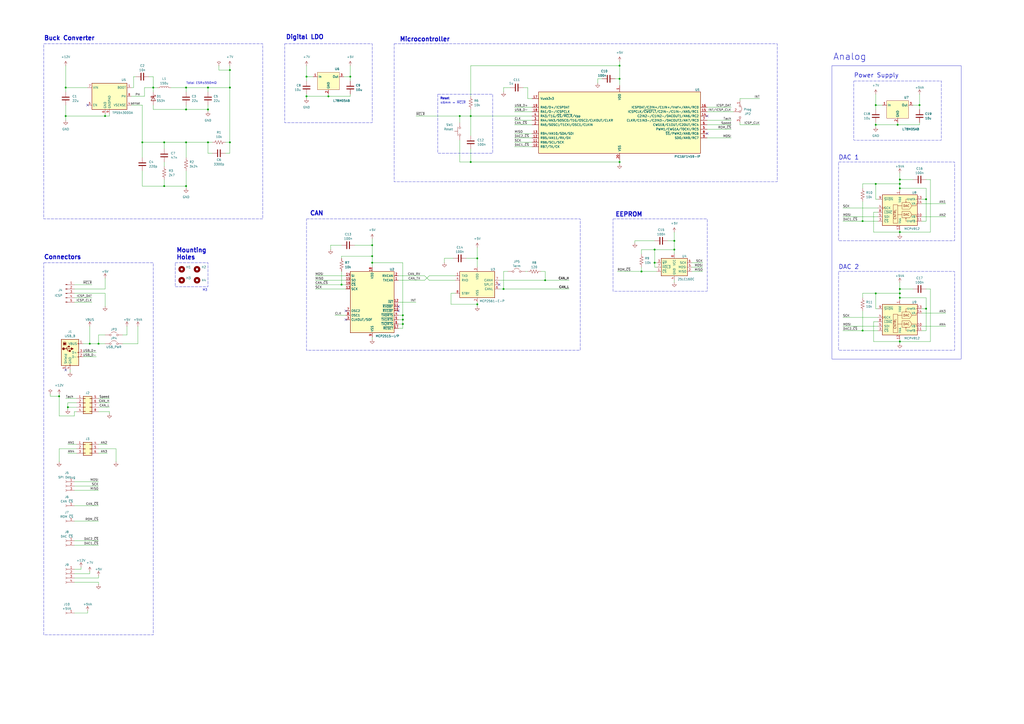
<source format=kicad_sch>
(kicad_sch (version 20250114) (generator "eeschema") (generator_version "9.0")
  (paper "A2")
  (title_block (title "CAN Gauge Interface") (date "2025-09-19") (rev "0.1") (company "Sam Anthony"))
  (rectangle (start 25.4 25.4) (end 152.4 127) (stroke (width 0) (type dash)))
  (rectangle (start 495.3 46.99) (end 546.1 81.28) (stroke (width 0) (type dash)))
  (rectangle (start 355.6 127) (end 410.21 168.91) (stroke (width 0) (type dash)))
  (rectangle (start 101.6 152.3999) (end 120.65 166.3699) (stroke (width 0) (type dash)))
  (rectangle (start 165.1 25.4) (end 215.9 71.12) (stroke (width 0) (type dash)))
  (rectangle (start 254 54.61) (end 285.75 88.9) (stroke (width 0) (type dash)))
  (rectangle (start 486.41 157.48) (end 553.72 203.2) (stroke (width 0) (type dash)))
  (rectangle (start 177.8 127) (end 336.55 203.2) (stroke (width 0) (type dash)))
  (rectangle (start 25.4 152.4) (end 88.9 368.3) (stroke (width 0) (type dash)))
  (rectangle (start 486.41 93.98) (end 553.72 139.7) (stroke (width 0) (type dash)))
  (rectangle (start 228.6 25.4) (end 450.85 105.41) (stroke (width 0) (type dash)))
  (rectangle (start 482.6 38.1) (end 557.53 208.28))
  (text "Connectors" (at 25.4 149.225 0) (effects (font (size 2.54 2.54) (thickness 0.508) (bold yes)) (justify left)))
  (text "Power Supply" (at 495.3 43.815 0) (effects (font (size 2.54 2.54) (thickness 0.254) (bold yes)) (justify left)))
  (text "Buck Converter" (at 25.4 22.225 0) (effects (font (size 2.54 2.54) (thickness 0.508) (bold yes)) (justify left)))
  (text "Total ESR≤550mΩ" (at 107.95 48.26 0) (effects (font (size 1.27 1.27)) (justify left)))
  (text "CAN" (at 179.705 123.825 0) (effects (font (size 2.54 2.54) (thickness 0.508) (bold yes)) (justify left)))
  (text "Reset" (at 255.27 57.15 0) (effects (font (size 1.27 1.27) (thickness 0.254) (bold yes)) (justify left)))
  (text "Mounting\nHoles" (at 102.235 147.3199 0) (effects (font (size 2.54 2.54) (thickness 0.508) (bold yes)) (justify left)))
  (text "M3\n" (at 117.475 168.2749 0) (effects (font (size 1.27 1.27)) (justify left)))
  (text "EEPROM" (at 356.87 124.46 0) (effects (font (size 2.54 2.54) (thickness 0.508) (bold yes)) (justify left)))
  (text "Digital LDO" (at 165.735 21.59 0) (effects (font (size 2.54 2.54) (thickness 0.508) (bold yes)) (justify left)))
  (text "≤6mm ↔ ~{MCLR}" (at 255.27 59.69 0) (effects (font (size 1.27 1.27)) (justify left)))
  (text "DAC 1" (at 486.41 91.44 0) (effects (font (size 2.54 2.54) (thickness 0.254) (bold yes)) (justify left)))
  (text "Microcontroller" (at 231.775 22.86 0) (effects (font (size 2.54 2.54) (thickness 0.508) (bold yes)) (justify left)))
  (text "Analog" (at 483.235 33.02 0) (effects (font (size 3.81 3.81) (thickness 0.254) (bold yes)) (justify left)))
  (text "DAC 2" (at 486.41 154.94 0) (effects (font (size 2.54 2.54) (thickness 0.254) (bold yes)) (justify left)))
  (junction (at 38.1 50.8))
  (junction (at 120.65 50.8))
  (junction (at 39.37 236.22))
  (junction (at 521.97 170.18))
  (junction (at 120.65 63.5))
  (junction (at 521.97 172.72))
  (junction (at 391.16 144.78))
  (junction (at 521.97 104.14))
  (junction (at 233.68 185.42))
  (junction (at 533.4 60.96))
  (junction (at 508 170.18))
  (junction (at 391.16 139.7))
  (junction (at 537.21 115.57))
  (junction (at 60.96 67.31))
  (junction (at 500.38 191.77))
  (junction (at 107.95 82.55))
  (junction (at 34.29 229.87))
  (junction (at 359.41 38.1))
  (junction (at 203.2 44.45))
  (junction (at 107.95 63.5))
  (junction (at 273.05 93.98))
  (junction (at 177.8 55.88))
  (junction (at 233.68 182.88))
  (junction (at 359.41 45.72))
  (junction (at 120.65 82.55))
  (junction (at 266.7 67.31))
  (junction (at 500.38 128.27))
  (junction (at 88.9 50.8))
  (junction (at 521.97 134.62))
  (junction (at 95.25 107.95))
  (junction (at 82.55 82.55))
  (junction (at 38.1 67.31))
  (junction (at 359.41 93.98))
  (junction (at 107.95 107.95))
  (junction (at 215.9 142.24))
  (junction (at 521.97 106.68))
  (junction (at 521.97 198.12))
  (junction (at 537.21 179.07))
  (junction (at 95.25 82.55))
  (junction (at 276.86 176.53))
  (junction (at 133.35 40.64))
  (junction (at 508 60.96))
  (junction (at 215.9 152.4))
  (junction (at 57.15 199.39))
  (junction (at 276.86 149.86))
  (junction (at 52.07 199.39))
  (junction (at 316.23 162.56))
  (junction (at 379.73 152.4))
  (junction (at 133.35 50.8))
  (junction (at 521.97 167.64))
  (junction (at 372.11 157.48))
  (junction (at 215.9 148.59))
  (junction (at 508 106.68))
  (junction (at 190.5 55.88))
  (junction (at 198.12 165.1))
  (junction (at 508 72.39))
  (junction (at 379.73 144.78))
  (junction (at 133.35 82.55))
  (junction (at 520.7 72.39))
  (junction (at 521.97 109.22))
  (junction (at 177.8 44.45))
  (junction (at 107.95 50.8))
  (junction (at 273.05 67.31))
  (junction (at 233.68 187.96))
  (junction (at 292.1 167.64))
  (no_connect (at 231.14 177.8))
  (no_connect (at 38.1 214.63))
  (no_connect (at 410.21 67.31))
  (no_connect (at 200.66 185.42))
  (no_connect (at 50.8 60.96))
  (no_connect (at 289.56 165.1))
  (no_connect (at 200.66 180.34))
  (no_connect (at 410.21 77.47))
  (no_connect (at 231.14 180.34))
  (wire (pts (xy 231.14 162.56) (xy 246.38 162.56)))
  (wire (pts (xy 203.2 55.88) (xy 203.2 54.61)))
  (wire (pts (xy 215.9 142.24) (xy 215.9 148.59)))
  (wire (pts (xy 57.15 199.39) (xy 60.96 199.39)))
  (wire (pts (xy 506.73 186.69) (xy 509.27 186.69)))
  (wire (pts (xy 292.1 157.48) (xy 294.64 157.48)))
  (wire (pts (xy 44.45 260.35) (xy 34.29 260.35)))
  (wire (pts (xy 48.26 204.47) (xy 55.88 204.47)))
  (wire (pts (xy 233.68 187.96) (xy 233.68 185.42)))
  (wire (pts (xy 506.73 123.19) (xy 509.27 123.19)))
  (wire (pts (xy 231.14 187.96) (xy 233.68 187.96)))
  (wire (pts (xy 57.15 194.31) (xy 57.15 199.39)))
  (wire (pts (xy 289.56 167.64) (xy 292.1 167.64)))
  (wire (pts (xy 273.05 55.88) (xy 273.05 38.1)))
  (wire (pts (xy 266.7 67.31) (xy 266.7 71.12)))
  (wire (pts (xy 521.97 172.72) (xy 521.97 173.99)))
  (wire (pts (xy 215.9 195.58) (xy 215.9 196.85)))
  (wire (pts (xy 60.96 167.64) (xy 60.96 161.29)))
  (wire (pts (xy 266.7 67.31) (xy 273.05 67.31)))
  (wire (pts (xy 381 152.4) (xy 379.73 152.4)))
  (wire (pts (xy 508 71.12) (xy 508 72.39)))
  (wire (pts (xy 38.1 38.1) (xy 38.1 50.8)))
  (wire (pts (xy 262.89 149.86) (xy 257.81 149.86)))
  (wire (pts (xy 508 179.07) (xy 508 170.18)))
  (wire (pts (xy 177.8 55.88) (xy 190.5 55.88)))
  (wire (pts (xy 500.38 191.77) (xy 509.27 191.77)))
  (wire (pts (xy 372.11 144.78) (xy 379.73 144.78)))
  (wire (pts (xy 534.67 128.27) (xy 537.21 128.27)))
  (wire (pts (xy 488.95 184.15) (xy 509.27 184.15)))
  (wire (pts (xy 120.65 50.8) (xy 133.35 50.8)))
  (wire (pts (xy 521.97 196.85) (xy 521.97 198.12)))
  (wire (pts (xy 82.55 91.44) (xy 82.55 82.55)))
  (wire (pts (xy 233.68 185.42) (xy 233.68 182.88)))
  (wire (pts (xy 123.19 82.55) (xy 120.65 82.55)))
  (wire (pts (xy 521.97 198.12) (xy 521.97 199.39)))
  (wire (pts (xy 537.21 172.72) (xy 521.97 172.72)))
  (wire (pts (xy 410.21 64.77) (xy 425.45 64.77)))
  (wire (pts (xy 34.29 241.3) (xy 34.29 229.87)))
  (wire (pts (xy 198.12 165.1) (xy 198.12 157.48)))
  (wire (pts (xy 57.15 260.35) (xy 67.31 260.35)))
  (wire (pts (xy 52.07 332.74) (xy 52.07 331.47)))
  (wire (pts (xy 203.2 46.99) (xy 203.2 44.45)))
  (wire (pts (xy 39.37 236.22) (xy 39.37 237.49)))
  (wire (pts (xy 38.1 50.8) (xy 38.1 53.34)))
  (wire (pts (xy 43.18 293.37) (xy 57.15 293.37)))
  (wire (pts (xy 57.15 233.68) (xy 63.5 233.68)))
  (wire (pts (xy 298.45 82.55) (xy 308.61 82.55)))
  (wire (pts (xy 506.73 134.62) (xy 521.97 134.62)))
  (wire (pts (xy 82.55 60.96) (xy 82.55 82.55)))
  (wire (pts (xy 534.67 181.61) (xy 548.64 181.61)))
  (wire (pts (xy 203.2 44.45) (xy 199.39 44.45)))
  (wire (pts (xy 539.75 134.62) (xy 521.97 134.62)))
  (wire (pts (xy 182.88 165.1) (xy 198.12 165.1)))
  (wire (pts (xy 511.81 60.96) (xy 508 60.96)))
  (wire (pts (xy 43.18 302.26) (xy 57.15 302.26)))
  (wire (pts (xy 429.26 71.12) (xy 429.26 72.39)))
  (wire (pts (xy 95.25 93.98) (xy 95.25 96.52)))
  (wire (pts (xy 509.27 115.57) (xy 508 115.57)))
  (wire (pts (xy 508 72.39) (xy 520.7 72.39)))
  (wire (pts (xy 534.67 118.11) (xy 548.64 118.11)))
  (wire (pts (xy 88.9 63.5) (xy 107.95 63.5)))
  (wire (pts (xy 298.45 69.85) (xy 308.61 69.85)))
  (wire (pts (xy 182.88 160.02) (xy 200.66 160.02)))
  (wire (pts (xy 537.21 109.22) (xy 537.21 115.57)))
  (wire (pts (xy 410.21 62.23) (xy 424.18 62.23)))
  (wire (pts (xy 508 106.68) (xy 521.97 106.68)))
  (wire (pts (xy 410.21 74.93) (xy 424.18 74.93)))
  (wire (pts (xy 508 115.57) (xy 508 106.68)))
  (wire (pts (xy 537.21 172.72) (xy 537.21 179.07)))
  (wire (pts (xy 194.31 182.88) (xy 200.66 182.88)))
  (wire (pts (xy 46.99 330.2) (xy 46.99 328.93)))
  (wire (pts (xy 488.95 189.23) (xy 509.27 189.23)))
  (wire (pts (xy 203.2 38.1) (xy 203.2 44.45)))
  (wire (pts (xy 520.7 72.39) (xy 520.7 71.12)))
  (wire (pts (xy 372.11 147.32) (xy 372.11 144.78)))
  (wire (pts (xy 177.8 54.61) (xy 177.8 55.88)))
  (wire (pts (xy 359.41 45.72) (xy 356.87 45.72)))
  (wire (pts (xy 57.15 236.22) (xy 63.5 236.22)))
  (wire (pts (xy 359.41 49.53) (xy 359.41 45.72)))
  (wire (pts (xy 215.9 148.59) (xy 215.9 152.4)))
  (wire (pts (xy 82.55 107.95) (xy 95.25 107.95)))
  (wire (pts (xy 107.95 82.55) (xy 95.25 82.55)))
  (wire (pts (xy 241.3 67.31) (xy 266.7 67.31)))
  (wire (pts (xy 429.26 58.42) (xy 429.26 57.15)))
  (wire (pts (xy 521.97 167.64) (xy 521.97 170.18)))
  (wire (pts (xy 71.12 199.39) (xy 80.01 199.39)))
  (wire (pts (xy 506.73 134.62) (xy 506.73 123.19)))
  (wire (pts (xy 107.95 82.55) (xy 107.95 91.44)))
  (wire (pts (xy 534.67 189.23) (xy 548.64 189.23)))
  (wire (pts (xy 50.8 355.6) (xy 50.8 354.33)))
  (wire (pts (xy 43.18 165.1) (xy 53.34 165.1)))
  (wire (pts (xy 191.77 142.24) (xy 191.77 144.78)))
  (wire (pts (xy 120.65 82.55) (xy 107.95 82.55)))
  (wire (pts (xy 57.15 238.76) (xy 63.5 238.76)))
  (wire (pts (xy 39.37 236.22) (xy 44.45 236.22)))
  (wire (pts (xy 521.97 163.83) (xy 521.97 167.64)))
  (wire (pts (xy 539.75 167.64) (xy 539.75 198.12)))
  (wire (pts (xy 133.35 50.8) (xy 133.35 82.55)))
  (wire (pts (xy 60.96 170.18) (xy 60.96 177.8)))
  (wire (pts (xy 308.61 57.15) (xy 306.07 57.15)))
  (wire (pts (xy 539.75 104.14) (xy 539.75 134.62)))
  (wire (pts (xy 379.73 154.94) (xy 379.73 152.4)))
  (wire (pts (xy 537.21 109.22) (xy 521.97 109.22)))
  (wire (pts (xy 44.45 233.68) (xy 39.37 233.68)))
  (wire (pts (xy 57.15 337.82) (xy 57.15 339.09)))
  (wire (pts (xy 379.73 144.78) (xy 391.16 144.78)))
  (wire (pts (xy 177.8 55.88) (xy 177.8 57.15)))
  (wire (pts (xy 372.11 157.48) (xy 372.11 154.94)))
  (wire (pts (xy 67.31 260.35) (xy 67.31 267.97)))
  (wire (pts (xy 38.1 67.31) (xy 38.1 69.85)))
  (wire (pts (xy 391.16 139.7) (xy 391.16 144.78)))
  (wire (pts (xy 401.32 157.48) (xy 407.67 157.48)))
  (wire (pts (xy 306.07 50.8) (xy 303.53 50.8)))
  (wire (pts (xy 533.4 54.61) (xy 533.4 60.96)))
  (wire (pts (xy 107.95 50.8) (xy 120.65 50.8)))
  (wire (pts (xy 88.9 44.45) (xy 88.9 50.8)))
  (wire (pts (xy 270.51 149.86) (xy 276.86 149.86)))
  (wire (pts (xy 76.2 60.96) (xy 82.55 60.96)))
  (wire (pts (xy 88.9 60.96) (xy 88.9 63.5)))
  (wire (pts (xy 410.21 80.01) (xy 424.18 80.01)))
  (wire (pts (xy 198.12 149.86) (xy 198.12 148.59)))
  (wire (pts (xy 306.07 57.15) (xy 306.07 50.8)))
  (wire (pts (xy 107.95 63.5) (xy 120.65 63.5)))
  (wire (pts (xy 429.26 57.15) (xy 440.69 57.15)))
  (wire (pts (xy 190.5 55.88) (xy 190.5 54.61)))
  (wire (pts (xy 292.1 50.8) (xy 292.1 53.34)))
  (wire (pts (xy 57.15 262.89) (xy 62.23 262.89)))
  (wire (pts (xy 500.38 106.68) (xy 508 106.68)))
  (wire (pts (xy 99.06 50.8) (xy 107.95 50.8)))
  (wire (pts (xy 44.45 238.76) (xy 43.18 238.76)))
  (wire (pts (xy 107.95 60.96) (xy 107.95 63.5)))
  (wire (pts (xy 88.9 53.34) (xy 88.9 50.8)))
  (wire (pts (xy 257.81 149.86) (xy 257.81 152.4)))
  (wire (pts (xy 316.23 157.48) (xy 316.23 162.56)))
  (wire (pts (xy 39.37 257.81) (xy 44.45 257.81)))
  (wire (pts (xy 120.65 82.55) (xy 120.65 88.9)))
  (wire (pts (xy 43.18 335.28) (xy 57.15 335.28)))
  (wire (pts (xy 298.45 80.01) (xy 308.61 80.01)))
  (wire (pts (xy 107.95 107.95) (xy 107.95 109.22)))
  (wire (pts (xy 63.5 238.76) (xy 63.5 240.03)))
  (wire (pts (xy 133.35 82.55) (xy 133.35 88.9)))
  (wire (pts (xy 233.68 152.4) (xy 233.68 182.88)))
  (wire (pts (xy 298.45 85.09) (xy 308.61 85.09)))
  (wire (pts (xy 95.25 107.95) (xy 107.95 107.95)))
  (wire (pts (xy 43.18 316.23) (xy 57.15 316.23)))
  (wire (pts (xy 127 40.64) (xy 133.35 40.64)))
  (wire (pts (xy 233.68 152.4) (xy 215.9 152.4)))
  (wire (pts (xy 120.65 50.8) (xy 120.65 53.34)))
  (wire (pts (xy 521.97 109.22) (xy 521.97 110.49)))
  (wire (pts (xy 298.45 77.47) (xy 308.61 77.47)))
  (wire (pts (xy 200.66 165.1) (xy 198.12 165.1)))
  (wire (pts (xy 316.23 162.56) (xy 330.2 162.56)))
  (wire (pts (xy 539.75 198.12) (xy 521.97 198.12)))
  (wire (pts (xy 198.12 148.59) (xy 215.9 148.59)))
  (wire (pts (xy 29.21 228.6) (xy 29.21 229.87)))
  (wire (pts (xy 120.65 63.5) (xy 120.65 60.96)))
  (wire (pts (xy 298.45 72.39) (xy 308.61 72.39)))
  (wire (pts (xy 107.95 107.95) (xy 107.95 99.06)))
  (wire (pts (xy 177.8 38.1) (xy 177.8 44.45)))
  (wire (pts (xy 60.96 194.31) (xy 57.15 194.31)))
  (wire (pts (xy 537.21 179.07) (xy 537.21 191.77)))
  (wire (pts (xy 521.97 100.33) (xy 521.97 104.14)))
  (wire (pts (xy 231.14 190.5) (xy 233.68 190.5)))
  (wire (pts (xy 29.21 229.87) (xy 34.29 229.87)))
  (wire (pts (xy 304.8 157.48) (xy 306.07 157.48)))
  (wire (pts (xy 358.14 157.48) (xy 372.11 157.48)))
  (wire (pts (xy 107.95 50.8) (xy 107.95 53.34)))
  (wire (pts (xy 506.73 198.12) (xy 521.97 198.12)))
  (wire (pts (xy 295.91 50.8) (xy 292.1 50.8)))
  (wire (pts (xy 521.97 104.14) (xy 529.59 104.14)))
  (wire (pts (xy 43.18 284.48) (xy 57.15 284.48)))
  (wire (pts (xy 43.18 281.94) (xy 57.15 281.94)))
  (wire (pts (xy 521.97 170.18) (xy 521.97 172.72)))
  (wire (pts (xy 500.38 172.72) (xy 500.38 170.18)))
  (wire (pts (xy 43.18 238.76) (xy 43.18 241.3)))
  (wire (pts (xy 57.15 231.14) (xy 63.5 231.14)))
  (wire (pts (xy 60.96 67.31) (xy 60.96 66.04)))
  (wire (pts (xy 43.18 241.3) (xy 34.29 241.3)))
  (wire (pts (xy 133.35 40.64) (xy 133.35 50.8)))
  (wire (pts (xy 82.55 82.55) (xy 95.25 82.55)))
  (wire (pts (xy 534.67 179.07) (xy 537.21 179.07)))
  (wire (pts (xy 48.26 199.39) (xy 52.07 199.39)))
  (wire (pts (xy 500.38 170.18) (xy 508 170.18)))
  (wire (pts (xy 298.45 64.77) (xy 308.61 64.77)))
  (wire (pts (xy 500.38 128.27) (xy 509.27 128.27)))
  (wire (pts (xy 359.41 38.1) (xy 359.41 45.72)))
  (wire (pts (xy 401.32 154.94) (xy 407.67 154.94)))
  (wire (pts (xy 120.65 63.5) (xy 120.65 64.77)))
  (wire (pts (xy 521.97 106.68) (xy 521.97 109.22)))
  (wire (pts (xy 57.15 257.81) (xy 62.23 257.81)))
  (wire (pts (xy 359.41 93.98) (xy 359.41 95.25)))
  (wire (pts (xy 273.05 93.98) (xy 273.05 86.36)))
  (wire (pts (xy 76.2 50.8) (xy 77.47 50.8)))
  (wire (pts (xy 508 170.18) (xy 521.97 170.18)))
  (wire (pts (xy 276.86 176.53) (xy 276.86 177.8)))
  (wire (pts (xy 248.92 160.02) (xy 246.38 162.56)))
  (wire (pts (xy 273.05 93.98) (xy 266.7 93.98)))
  (wire (pts (xy 73.66 194.31) (xy 73.66 189.23)))
  (wire (pts (xy 38.1 60.96) (xy 38.1 67.31)))
  (wire (pts (xy 43.18 332.74) (xy 52.07 332.74)))
  (wire (pts (xy 57.15 335.28) (xy 57.15 334.01)))
  (wire (pts (xy 39.37 233.68) (xy 39.37 236.22)))
  (wire (pts (xy 500.38 116.84) (xy 500.38 128.27)))
  (wire (pts (xy 346.71 45.72) (xy 349.25 45.72)))
  (wire (pts (xy 391.16 162.56) (xy 391.16 163.83)))
  (wire (pts (xy 34.29 260.35) (xy 34.29 267.97)))
  (wire (pts (xy 38.1 231.14) (xy 44.45 231.14)))
  (wire (pts (xy 231.14 182.88) (xy 233.68 182.88)))
  (wire (pts (xy 130.81 82.55) (xy 133.35 82.55)))
  (wire (pts (xy 391.16 144.78) (xy 391.16 147.32)))
  (wire (pts (xy 379.73 144.78) (xy 379.73 152.4)))
  (wire (pts (xy 266.7 93.98) (xy 266.7 81.28)))
  (wire (pts (xy 88.9 50.8) (xy 91.44 50.8)))
  (wire (pts (xy 521.97 134.62) (xy 521.97 135.89)))
  (wire (pts (xy 43.18 337.82) (xy 57.15 337.82)))
  (wire (pts (xy 508 60.96) (xy 508 63.5)))
  (wire (pts (xy 313.69 157.48) (xy 316.23 157.48)))
  (wire (pts (xy 488.95 191.77) (xy 500.38 191.77)))
  (wire (pts (xy 276.86 175.26) (xy 276.86 176.53)))
  (wire (pts (xy 43.18 313.69) (xy 57.15 313.69)))
  (wire (pts (xy 63.5 66.04) (xy 63.5 67.31)))
  (wire (pts (xy 508 72.39) (xy 508 73.66)))
  (wire (pts (xy 506.73 198.12) (xy 506.73 186.69)))
  (wire (pts (xy 429.26 72.39) (xy 440.69 72.39)))
  (wire (pts (xy 292.1 167.64) (xy 292.1 157.48)))
  (wire (pts (xy 508 54.61) (xy 508 60.96)))
  (wire (pts (xy 182.88 167.64) (xy 200.66 167.64)))
  (wire (pts (xy 43.18 355.6) (xy 50.8 355.6)))
  (wire (pts (xy 133.35 88.9) (xy 130.81 88.9)))
  (wire (pts (xy 52.07 199.39) (xy 57.15 199.39)))
  (wire (pts (xy 387.35 139.7) (xy 391.16 139.7)))
  (wire (pts (xy 410.21 72.39) (xy 424.18 72.39)))
  (wire (pts (xy 391.16 134.62) (xy 391.16 139.7)))
  (wire (pts (xy 537.21 104.14) (xy 539.75 104.14)))
  (wire (pts (xy 273.05 67.31) (xy 308.61 67.31)))
  (wire (pts (xy 198.12 142.24) (xy 191.77 142.24)))
  (wire (pts (xy 261.62 170.18) (xy 264.16 170.18)))
  (wire (pts (xy 215.9 138.43) (xy 215.9 142.24)))
  (wire (pts (xy 273.05 38.1) (xy 359.41 38.1)))
  (wire (pts (xy 521.97 104.14) (xy 521.97 106.68)))
  (wire (pts (xy 43.18 167.64) (xy 60.96 167.64)))
  (wire (pts (xy 534.67 115.57) (xy 537.21 115.57)))
  (wire (pts (xy 289.56 162.56) (xy 316.23 162.56)))
  (wire (pts (xy 359.41 92.71) (xy 359.41 93.98)))
  (wire (pts (xy 95.25 104.14) (xy 95.25 107.95)))
  (wire (pts (xy 77.47 44.45) (xy 78.74 44.45)))
  (wire (pts (xy 77.47 50.8) (xy 77.47 44.45)))
  (wire (pts (xy 133.35 38.1) (xy 133.35 40.64)))
  (wire (pts (xy 83.82 50.8) (xy 88.9 50.8)))
  (wire (pts (xy 533.4 72.39) (xy 533.4 71.12)))
  (wire (pts (xy 76.2 55.88) (xy 83.82 55.88)))
  (wire (pts (xy 82.55 99.06) (xy 82.55 107.95)))
  (wire (pts (xy 43.18 170.18) (xy 60.96 170.18)))
  (wire (pts (xy 52.07 189.23) (xy 52.07 199.39)))
  (wire (pts (xy 177.8 44.45) (xy 177.8 46.99)))
  (wire (pts (xy 120.65 88.9) (xy 123.19 88.9)))
  (wire (pts (xy 215.9 152.4) (xy 215.9 154.94)))
  (wire (pts (xy 401.32 152.4) (xy 407.67 152.4)))
  (wire (pts (xy 190.5 55.88) (xy 203.2 55.88)))
  (wire (pts (xy 48.26 207.01) (xy 55.88 207.01)))
  (wire (pts (xy 410.21 69.85) (xy 424.18 69.85)))
  (wire (pts (xy 261.62 176.53) (xy 261.62 170.18)))
  (wire (pts (xy 34.29 229.87) (xy 34.29 228.6)))
  (wire (pts (xy 63.5 67.31) (xy 60.96 67.31)))
  (wire (pts (xy 43.18 175.26) (xy 53.34 175.26)))
  (wire (pts (xy 181.61 44.45) (xy 177.8 44.45)))
  (wire (pts (xy 381 154.94) (xy 379.73 154.94)))
  (wire (pts (xy 534.67 125.73) (xy 548.64 125.73)))
  (wire (pts (xy 205.74 142.24) (xy 215.9 142.24)))
  (wire (pts (xy 231.14 160.02) (xy 246.38 160.02)))
  (wire (pts (xy 500.38 109.22) (xy 500.38 106.68)))
  (wire (pts (xy 80.01 199.39) (xy 80.01 189.23)))
  (wire (pts (xy 500.38 180.34) (xy 500.38 191.77)))
  (wire (pts (xy 276.86 176.53) (xy 261.62 176.53)))
  (wire (pts (xy 40.64 214.63) (xy 40.64 215.9)))
  (wire (pts (xy 346.71 48.26) (xy 346.71 45.72)))
  (wire (pts (xy 534.67 191.77) (xy 537.21 191.77)))
  (wire (pts (xy 43.18 279.4) (xy 57.15 279.4)))
  (wire (pts (xy 488.95 128.27) (xy 500.38 128.27)))
  (wire (pts (xy 368.3 139.7) (xy 368.3 140.97)))
  (wire (pts (xy 60.96 67.31) (xy 38.1 67.31)))
  (wire (pts (xy 368.3 139.7) (xy 379.73 139.7)))
  (wire (pts (xy 38.1 50.8) (xy 50.8 50.8)))
  (wire (pts (xy 509.27 179.07) (xy 508 179.07)))
  (wire (pts (xy 359.41 35.56) (xy 359.41 38.1)))
  (wire (pts (xy 276.86 143.51) (xy 276.86 149.86)))
  (wire (pts (xy 381 157.48) (xy 372.11 157.48)))
  (wire (pts (xy 83.82 55.88) (xy 83.82 50.8)))
  (wire (pts (xy 233.68 190.5) (xy 233.68 187.96)))
  (wire (pts (xy 537.21 167.64) (xy 539.75 167.64)))
  (wire (pts (xy 521.97 167.64) (xy 529.59 167.64)))
  (wire (pts (xy 488.95 125.73) (xy 509.27 125.73)))
  (wire (pts (xy 292.1 167.64) (xy 330.2 167.64)))
  (wire (pts (xy 231.14 175.26) (xy 241.3 175.26)))
  (wire (pts (xy 39.37 262.89) (xy 44.45 262.89)))
  (wire (pts (xy 231.14 185.42) (xy 233.68 185.42)))
  (wire (pts (xy 521.97 133.35) (xy 521.97 134.62)))
  (wire (pts (xy 298.45 62.23) (xy 308.61 62.23)))
  (wire (pts (xy 71.12 194.31) (xy 73.66 194.31)))
  (wire (pts (xy 248.92 162.56) (xy 264.16 162.56)))
  (wire (pts (xy 488.95 120.65) (xy 509.27 120.65)))
  (wire (pts (xy 182.88 162.56) (xy 200.66 162.56)))
  (wire (pts (xy 533.4 63.5) (xy 533.4 60.96)))
  (wire (pts (xy 248.92 160.02) (xy 264.16 160.02)))
  (wire (pts (xy 246.38 160.02) (xy 248.92 162.56)))
  (wire (pts (xy 43.18 330.2) (xy 46.99 330.2)))
  (wire (pts (xy 273.05 67.31) (xy 273.05 78.74)))
  (wire (pts (xy 537.21 115.57) (xy 537.21 128.27)))
  (wire (pts (xy 273.05 63.5) (xy 273.05 67.31)))
  (wire (pts (xy 43.18 172.72) (xy 53.34 172.72)))
  (wire (pts (xy 127 38.1) (xy 127 40.64)))
  (wire (pts (xy 86.36 44.45) (xy 88.9 44.45)))
  (wire (pts (xy 359.41 93.98) (xy 273.05 93.98)))
  (wire (pts (xy 520.7 72.39) (xy 533.4 72.39)))
  (wire (pts (xy 276.86 149.86) (xy 276.86 154.94)))
  (wire (pts (xy 95.25 82.55) (xy 95.25 86.36)))
  (wire (pts (xy 533.4 60.96) (xy 529.59 60.96)))
  (label "DAC1_~{CS}" (at 488.95 128.27 0))
  (label "MISO" (at 57.15 284.48 180))
  (label "CAN_H" (at 330.2 162.56 180) (effects (font (thickness 0.254) (bold yes))))
  (label "SCK" (at 407.67 152.4 180) (effects (font (thickness 0.1588))))
  (label "Speed" (at 63.5 231.14 180) (effects (font (thickness 0.1588))))
  (label "CLK" (at 298.45 69.85 0))
  (label "MOSI" (at 424.18 80.01 180) (effects (font (thickness 0.1588))))
  (label "ICSP_DAT" (at 424.18 62.23 180))
  (label "CAN_L" (at 63.5 236.22 180))
  (label "ROM_~{CS}" (at 358.14 157.48 0) (effects (font (thickness 0.1588))))
  (label "MOSI" (at 182.88 160.02 0) (effects (font (thickness 0.1588))))
  (label "DAC1_~{CS}" (at 298.45 85.09 0))
  (label "AN3" (at 62.23 262.89 180) (effects (font (thickness 0.1588))))
  (label "Speed" (at 424.18 72.39 180))
  (label "AN1" (at 548.64 118.11 180))
  (label "CAN_~{CS}" (at 298.45 72.39 0))
  (label "CAN_~{CS}" (at 57.15 293.37 180))
  (label "sense" (at 81.28 60.96 180))
  (label "INT" (at 440.69 57.15 180))
  (label "CLK" (at 194.31 182.88 0))
  (label "MISO" (at 407.67 157.48 180) (effects (font (thickness 0.1588))))
  (label "INT" (at 241.3 175.26 180) (effects (font (thickness 0.1588))))
  (label "MOSI" (at 407.67 154.94 180) (effects (font (thickness 0.1588))))
  (label "ICSP_CLK" (at 53.34 175.26 180))
  (label "AN2" (at 62.23 257.81 180) (effects (font (thickness 0.1588))))
  (label "SCK" (at 298.45 82.55 0) (effects (font (thickness 0.1588))))
  (label "Tach" (at 38.1 231.14 0) (effects (font (thickness 0.1588))))
  (label "CAN_~{CS}" (at 182.88 165.1 0) (effects (font (thickness 0.1588))))
  (label "ICSP_CLK" (at 440.69 72.39 180))
  (label "USB_D+" (at 298.45 62.23 0))
  (label "SCK" (at 488.95 184.15 0) (effects (font (thickness 0.1588))))
  (label "ROM_~{CS}" (at 57.15 302.26 180))
  (label "AN1" (at 39.37 257.81 0) (effects (font (thickness 0.1588))))
  (label "DAC2_~{CS}" (at 298.45 80.01 0))
  (label "USB_D-" (at 298.45 64.77 0))
  (label "INT{slash}ICSP_CLK" (at 424.18 64.77 180))
  (label "SCK" (at 57.15 281.94 180))
  (label "AN4" (at 39.37 262.89 0) (effects (font (thickness 0.1588))))
  (label "MOSI" (at 488.95 125.73 0))
  (label "PH" (at 81.28 55.88 180))
  (label "AN4" (at 548.64 189.23 180))
  (label "MISO" (at 182.88 162.56 0) (effects (font (thickness 0.1588))))
  (label "DAC1_~{CS}" (at 57.15 316.23 180))
  (label "MOSI" (at 57.15 279.4 180))
  (label "AN3" (at 548.64 181.61 180))
  (label "DAC2_~{CS}" (at 57.15 313.69 180))
  (label "USB_D-" (at 55.88 207.01 180))
  (label "AN2" (at 548.64 125.73 180))
  (label "USB_D+" (at 55.88 204.47 180))
  (label "SCK" (at 182.88 167.64 0) (effects (font (thickness 0.1588))))
  (label "Tach" (at 424.18 69.85 180))
  (label "ROM_~{CS}" (at 424.18 74.93 180))
  (label "ICSP_DAT" (at 53.34 172.72 180))
  (label "CAN_RX" (at 243.84 160.02 180))
  (label "~{MCLR}" (at 53.34 165.1 180))
  (label "MISO" (at 298.45 77.47 0) (effects (font (thickness 0.1588))))
  (label "~{MCLR}" (at 241.3 67.31 0))
  (label "MOSI" (at 488.95 189.23 0))
  (label "CAN_L" (at 330.2 167.64 180) (effects (font (thickness 0.254) (bold yes))))
  (label "SCK" (at 488.95 120.65 0) (effects (font (thickness 0.1588))))
  (label "DAC2_~{CS}" (at 488.95 191.77 0))
  (label "CAN_TX" (at 243.84 162.56 180))
  (label "CAN_H" (at 63.5 233.68 180) (effects (font (thickness 0.1588))))
  (symbol (lib_id "power:GND") (at 107.95 109.22 0) (unit 1)
    (property "Reference" "#PWR012" (effects (hide yes)))
    (property "Value" "GND" (at 107.95 114.3 0))
    (property "Description" "Power symbol creates a global label with name \"GND\" , ground" (effects (hide yes)))
  )
  (symbol (lib_id "power:GND") (at 215.9 196.85 0) (unit 1)
    (property "Reference" "#PWR028" (effects (hide yes)))
    (property "Value" "GND" (effects (hide yes)))
    (property "Description" "Power symbol creates a global label with name \"GND\" , ground" (effects (hide yes)))
  )
  (symbol (lib_id "Device:C") (at 107.95 57.15 0) (unit 1)
    (property "Reference" "C3" (at 111.125 55.88 0) (effects (justify left)))
    (property "Value" "22u" (at 111.125 58.42 0) (effects (justify left)))
    (property "Footprint" "Capacitor_SMD:C_1206_3216Metric" (effects (hide yes)))
    (property "Description" "Unpolarized capacitor" (effects (hide yes)))
  )
  (symbol (lib_id "power:GND") (at 120.65 64.77 0) (unit 1)
    (property "Reference" "#PWR04" (effects (hide yes)))
    (property "Value" "GND" (at 120.65 69.85 0))
    (property "Description" "Power symbol creates a global label with name \"GND\" , ground" (effects (hide yes)))
  )
  (symbol (lib_id "Device:C") (at 95.25 90.17 0) (unit 1)
    (property "Reference" "C7" (at 99.06 88.8999 0) (effects (justify left)))
    (property "Value" "47n" (at 99.06 91.4399 0) (effects (justify left)))
    (property "Footprint" "Capacitor_SMD:C_0805_2012Metric" (effects (hide yes)))
    (property "Description" "Unpolarized capacitor" (effects (hide yes)))
  )
  (symbol (lib_id "power:GND") (at 57.15 339.09 0) (unit 1)
    (property "Reference" "#PWR039" (effects (hide yes)))
    (property "Value" "GND" (effects (hide yes)))
    (property "Description" "Power symbol creates a global label with name \"GND\" , ground" (effects (hide yes)))
  )
  (symbol (lib_id "power:+7.5V") (at 52.07 331.47 0) (unit 1)
    (property "Reference" "#PWR013" (effects (hide yes)))
    (property "Value" "+7V" (at 52.07 326.39 0))
    (property "Description" "Power symbol creates a global label with name \"+7.5V\"" (effects (hide yes)))
  )
  (symbol (lib_id "power:+12V") (at 34.29 228.6 0) (unit 1)
    (property "Reference" "#PWR029" (effects (hide yes)))
    (property "Value" "+12V" (at 34.29 223.52 0))
    (property "Description" "Power symbol creates a global label with name \"+12V\"" (effects (hide yes)))
  )
  (symbol (lib_id "power:GND") (at 508 73.66 0) (unit 1)
    (property "Reference" "#PWR046" (effects (hide yes)))
    (property "Value" "GND" (at 508 78.74 0))
    (property "Description" "Power symbol creates a global label with name \"GND\" , ground" (effects (hide yes)))
  )
  (symbol (lib_id "power:GND") (at 63.5 240.03 0) (unit 1)
    (property "Reference" "#PWR033" (effects (hide yes)))
    (property "Value" "GND" (effects (hide yes)))
    (property "Description" "Power symbol creates a global label with name \"GND\" , ground" (effects (hide yes)))
  )
  (symbol (lib_id "power:+5V") (at 203.2 38.1 0) (unit 1)
    (property "Reference" "#PWR044" (effects (hide yes)))
    (property "Value" "+5V" (at 203.2 33.02 0))
    (property "Description" "Power symbol creates a global label with name \"+5V\"" (effects (hide yes)))
  )
  (symbol (lib_id "Device:C") (at 383.54 139.7 90) (unit 1)
    (property "Reference" "C15" (at 383.54 133.35 90))
    (property "Value" "100n" (at 383.54 135.89 90))
    (property "Footprint" "Capacitor_THT:C_Disc_D5.0mm_W2.5mm_P2.50mm" (effects (hide yes)))
    (property "Description" "Unpolarized capacitor" (effects (hide yes)))
  )
  (symbol (lib_id "power:+7.5V") (at 177.8 38.1 0) (unit 1)
    (property "Reference" "#PWR043" (effects (hide yes)))
    (property "Value" "+7V" (at 177.8 33.02 0))
    (property "Description" "Power symbol creates a global label with name \"+7.5V\"" (effects (hide yes)))
  )
  (symbol (lib_id "Device:C") (at 266.7 149.86 90) (unit 1)
    (property "Reference" "C14" (at 266.7 143.51 90))
    (property "Value" "100n" (at 266.7 146.05 90))
    (property "Footprint" "Capacitor_THT:C_Disc_D5.0mm_W2.5mm_P2.50mm" (effects (hide yes)))
    (property "Description" "Unpolarized capacitor" (effects (hide yes)))
  )
  (symbol (lib_id "Device:C") (at 38.1 57.15 0) (unit 1)
    (property "Reference" "C1" (at 41.91 55.8799 0) (effects (justify left)))
    (property "Value" "22u" (at 41.91 58.4199 0) (effects (justify left)))
    (property "Footprint" "Capacitor_SMD:C_1206_3216Metric" (effects (hide yes)))
    (property "Description" "Unpolarized capacitor" (effects (hide yes)))
  )
  (symbol (lib_id "Regulator_Switching:TPS5430DDA") (at 63.5 55.88 0) (unit 1)
    (property "Reference" "U5" (at 71.755 46.355 0))
    (property "Value" "TPS5430DDA" (at 71.12 65.405 0))
    (property "Footprint" "Package_SO:TI_SO-PowerPAD-8_ThermalVias" (effects (hide yes)))
    (property "Datasheet" "http://www.ti.com/lit/ds/symlink/tps5430.pdf" (effects (hide yes)))
    (property "Description" "3A, Step Down Swift Converter, Adjustable Output Voltage, 5.5-36V Input Voltage, PowerSO-8" (effects (hide yes)))
  )
  (symbol (lib_id "Memory_EEPROM:25LCxxx") (at 391.16 154.94 0) (unit 1)
    (property "Reference" "U4" (at 395.605 148.59 0) (effects (justify left)))
    (property "Value" "25LC160C" (at 393.065 161.925 0) (effects (justify left)))
    (property "Footprint" "Package_DIP:DIP-8_W7.62mm" (effects (hide yes)))
    (property "Datasheet" "http://ww1.microchip.com/downloads/en/DeviceDoc/21832H.pdf" (effects (hide yes)))
    (property "Description" "SPI Serial EEPROM, DIP-8/SOIC-8/TSSOP-8" (effects (hide yes)))
  )
  (symbol (lib_id "Jumper:Jumper_3_Bridged12") (at 429.26 64.77 270) (unit 1) (in_bom no)
    (property "Reference" "JP2" (at 433.705 66.04 90))
    (property "Value" "Prog" (at 433.705 63.5 90))
    (property "Footprint" "Connector_PinSocket_2.54mm:PinSocket_1x03_P2.54mm_Vertical" (effects (hide yes)))
    (property "Description" "Jumper, 3-pole, pins 1+2 closed/bridged" (effects (hide yes)))
  )
  (symbol (lib_id "power:GND") (at 521.97 135.89 0) (unit 1)
    (property "Reference" "#PWR017" (effects (hide yes)))
    (property "Value" "GND" (effects (hide yes)))
    (property "Description" "Power symbol creates a global label with name \"GND\" , ground" (effects (hide yes)))
  )
  (symbol (lib_id "power:GND") (at 521.97 199.39 0) (unit 1)
    (property "Reference" "#PWR019" (effects (hide yes)))
    (property "Value" "GND" (effects (hide yes)))
    (property "Description" "Power symbol creates a global label with name \"GND\" , ground" (effects (hide yes)))
  )
  (symbol (lib_id "power:GND") (at 359.41 95.25 0) (unit 1)
    (property "Reference" "#PWR01" (effects (hide yes)))
    (property "Value" "GND" (effects (hide yes)))
    (property "Description" "Power symbol creates a global label with name \"GND\" , ground" (effects (hide yes)))
  )
  (symbol (lib_id "Device:R_US") (at 198.12 153.67 0) (unit 1)
    (property "Reference" "R7" (at 200.025 152.4 0) (effects (justify left)))
    (property "Value" "10k" (at 200.025 154.94 0) (effects (justify left)))
    (property "Footprint" "Resistor_THT:R_Axial_DIN0207_L6.3mm_D2.5mm_P7.62mm_Horizontal" (effects (hide yes)))
    (property "Description" "Resistor, US symbol" (effects (hide yes)))
  )
  (symbol (lib_id "Device:R_US") (at 372.11 151.13 0) (unit 1)
    (property "Reference" "R9" (at 374.015 149.86 0) (effects (justify left)))
    (property "Value" "10k" (at 374.015 152.4 0) (effects (justify left)))
    (property "Footprint" "Resistor_THT:R_Axial_DIN0207_L6.3mm_D2.5mm_P7.62mm_Horizontal" (effects (hide yes)))
    (property "Description" "Resistor, US symbol" (effects (hide yes)))
  )
  (symbol (lib_id "Mechanical:MountingHole") (at 105.41 156.2099 0) (unit 1) (exclude_from_sim yes) (in_bom no)
    (property "Reference" "H1" (at 107.95 154.9398 0) (effects (justify left)))
    (property "Value" "MountingHole" (effects (hide yes)))
    (property "Footprint" "MountingHole:MountingHole_3.2mm_M3_DIN965" (effects (hide yes)))
    (property "Description" "Mounting Hole without connection" (effects (hide yes)))
  )
  (symbol (lib_id "power:GND") (at 67.31 267.97 0) (unit 1)
    (property "Reference" "#PWR035" (effects (hide yes)))
    (property "Value" "GND" (effects (hide yes)))
    (property "Description" "Power symbol creates a global label with name \"GND\" , ground" (effects (hide yes)))
  )
  (symbol (lib_id "Jumper:Jumper_2_Open") (at 66.04 194.31 0) (unit 1)
    (property "Reference" "JP3" (at 66.04 191.135 0))
    (property "Value" "USB_PWR" (effects (hide yes)))
    (property "Footprint" "Connector_PinSocket_2.54mm:PinSocket_1x02_P2.54mm_Vertical" (effects (hide yes)))
    (property "Description" "Jumper, 2-pole, open" (effects (hide yes)))
  )
  (symbol (lib_id "Jumper:Jumper_2_Open") (at 66.04 199.39 0) (unit 1)
    (property "Reference" "JP4" (at 66.04 196.215 0))
    (property "Value" "USB_PWR" (at 66.04 201.295 0))
    (property "Footprint" "Connector_PinSocket_2.54mm:PinSocket_1x02_P2.54mm_Vertical" (effects (hide yes)))
    (property "Description" "Jumper, 2-pole, open" (effects (hide yes)))
  )
  (symbol (lib_id "Device:C") (at 120.65 57.15 0) (unit 1)
    (property "Reference" "C5" (at 123.825 55.88 0) (effects (justify left)))
    (property "Value" "22u" (at 123.825 58.42 0) (effects (justify left)))
    (property "Footprint" "Capacitor_SMD:C_1206_3216Metric" (effects (hide yes)))
    (property "Description" "Unpolarized capacitor" (effects (hide yes)))
  )
  (symbol (lib_id "Device:C") (at 201.93 142.24 90) (unit 1)
    (property "Reference" "C13" (at 201.93 135.89 90))
    (property "Value" "100n" (at 201.93 138.43 90))
    (property "Footprint" "Capacitor_THT:C_Disc_D5.0mm_W2.5mm_P2.50mm" (effects (hide yes)))
    (property "Description" "Unpolarized capacitor" (effects (hide yes)))
  )
  (symbol (lib_id "power:GND") (at 177.8 57.15 0) (unit 1)
    (property "Reference" "#PWR042" (effects (hide yes)))
    (property "Value" "GND" (at 177.8 62.23 0))
    (property "Description" "Power symbol creates a global label with name \"GND\" , ground" (effects (hide yes)))
  )
  (symbol (lib_id "Device:C") (at 82.55 95.25 0) (unit 1)
    (property "Reference" "C4" (at 86.36 93.9799 0) (effects (justify left)))
    (property "Value" "220p" (at 86.36 96.5199 0) (effects (justify left)))
    (property "Footprint" "Capacitor_SMD:C_0603_1608Metric" (effects (hide yes)))
    (property "Description" "Unpolarized capacitor" (effects (hide yes)))
  )
  (symbol (lib_id "Connector:Conn_01x04_Socket") (at 38.1 332.74 0) (mirror y) (unit 1)
    (property "Reference" "J9" (at 38.735 327.66 0))
    (property "Value" "Conn_01x04_Socket" (effects (hide yes)))
    (property "Footprint" "Connector_PinSocket_2.54mm:PinSocket_1x04_P2.54mm_Vertical" (effects (hide yes)))
    (property "Description" "Generic connector, single row, 01x04, script generated" (effects (hide yes)))
  )
  (symbol (lib_id "Device:C") (at 508 67.31 0) (unit 1)
    (property "Reference" "C18" (at 504.825 66.04 0) (effects (justify right)))
    (property "Value" "10u" (at 504.825 68.58 0) (effects (justify right)))
    (property "Footprint" "Capacitor_SMD:C_1206_3216Metric" (effects (hide yes)))
    (property "Description" "Unpolarized capacitor" (effects (hide yes)))
  )
  (symbol (lib_id "Connector_Generic:Conn_02x04_Top_Bottom") (at 49.53 233.68 0) (unit 1)
    (property "Reference" "J2" (at 50.8 227.965 0))
    (property "Value" "Conn_02x04_Top_Bottom" (effects (hide yes)))
    (property "Footprint" "Connector_Molex:Molex_Mini-Fit_Jr_5569-08A2_2x04_P4.20mm_Horizontal" (effects (hide yes)))
    (property "Datasheet" "https://www.molex.com/en-us/products/part-detail/39300080?display=pdf" (effects (hide yes)))
    (property "Description" "Generic connector, double row, 02x04, top/bottom pin numbering scheme (row 1: 1...pins_per_row, row2: pins_per_row+1 ... num_pins), script generated (kicad-library-utils/schlib/autogen/connector/)" (effects (hide yes)))
  )
  (symbol (lib_id "power:GND") (at 38.1 69.85 0) (unit 1)
    (property "Reference" "#PWR06" (effects (hide yes)))
    (property "Value" "GND" (at 38.1 74.93 0))
    (property "Description" "Power symbol creates a global label with name \"GND\" , ground" (effects (hide yes)))
  )
  (symbol (lib_id "Device:C") (at 273.05 82.55 0) (unit 1)
    (property "Reference" "C12" (at 276.86 81.2799 0) (effects (justify left)))
    (property "Value" "100n" (at 276.86 83.8199 0) (effects (justify left)))
    (property "Footprint" "Capacitor_THT:C_Disc_D5.0mm_W2.5mm_P2.50mm" (effects (hide yes)))
    (property "Description" "Unpolarized capacitor" (effects (hide yes)))
  )
  (symbol (lib_id "Device:R_US") (at 127 82.55 90) (unit 1)
    (property "Reference" "R1" (at 127 76.835 90))
    (property "Value" "10k" (at 127 79.375 90))
    (property "Footprint" "Resistor_SMD:R_0805_2012Metric" (effects (hide yes)))
    (property "Description" "Resistor, US symbol" (effects (hide yes)))
  )
  (symbol (lib_id "power:+5V") (at 73.66 189.23 0) (unit 1)
    (property "Reference" "#PWR032" (effects (hide yes)))
    (property "Value" "+5V" (at 73.66 185.42 0))
    (property "Description" "Power symbol creates a global label with name \"+5V\"" (effects (hide yes)))
  )
  (symbol (lib_id "Device:C") (at 533.4 167.64 90) (unit 1)
    (property "Reference" "C17" (at 533.4 161.29 90))
    (property "Value" "100n" (at 533.4 163.83 90))
    (property "Footprint" "Capacitor_THT:C_Disc_D5.0mm_W2.5mm_P2.50mm" (effects (hide yes)))
    (property "Description" "Unpolarized capacitor" (effects (hide yes)))
  )
  (symbol (lib_id "power:+5VA") (at 533.4 54.61 0) (mirror y) (unit 1)
    (property "Reference" "#PWR022" (effects (hide yes)))
    (property "Value" "+5VA" (at 533.4 50.8 0))
    (property "Description" "Power symbol creates a global label with name \"+5VA\"" (effects (hide yes)))
  )
  (symbol (lib_id "Analog_DAC:MCP4912") (at 521.97 120.65 0) (unit 1)
    (property "Reference" "U8" (at 528.955 111.76 0) (effects (justify left)))
    (property "Value" "MCP4912" (at 524.51 132.715 0) (effects (justify left)))
    (property "Footprint" "Package_DIP:DIP-14_W7.62mm" (effects (hide yes)))
    (property "Datasheet" "http://ww1.microchip.com/downloads/en/DeviceDoc/22250A.pdf" (effects (hide yes)))
    (property "Description" "2-Channel 10-Bit D/A Converters with SPI Interface" (effects (hide yes)))
  )
  (symbol (lib_id "Device:D_Schottky") (at 88.9 57.15 270) (unit 1)
    (property "Reference" "D1" (at 90.805 55.88 90) (effects (justify left)))
    (property "Value" "SS34" (at 90.805 58.42 90) (effects (justify left)))
    (property "Footprint" "Diode_SMD:D_SMA" (effects (hide yes)))
    (property "Description" "Schottky diode" (effects (hide yes)))
  )
  (symbol (lib_id "Connector:Conn_01x01_Socket") (at 38.1 293.37 0) (mirror y) (unit 1)
    (property "Reference" "J6" (at 38.735 288.29 0))
    (property "Value" "CAN ~{CS}" (at 38.735 290.83 0))
    (property "Footprint" "Connector_PinSocket_2.54mm:PinSocket_1x01_P2.54mm_Vertical" (effects (hide yes)))
    (property "Description" "Generic connector, single row, 01x01, script generated" (effects (hide yes)))
  )
  (symbol (lib_id "Connector:USB_B") (at 40.64 204.47 0) (unit 1)
    (property "Reference" "J1" (at 40.64 192.405 0))
    (property "Value" "USB_B" (at 40.64 194.945 0))
    (property "Footprint" "Connector_USB:USB_B_Lumberg_2411_02_Horizontal" (effects (hide yes)))
    (property "Description" "USB Type B connector" (effects (hide yes)))
  )
  (symbol (lib_id "power:GND") (at 39.37 237.49 0) (unit 1)
    (property "Reference" "#PWR030" (effects (hide yes)))
    (property "Value" "GND" (effects (hide yes)))
    (property "Description" "Power symbol creates a global label with name \"GND\" , ground" (effects (hide yes)))
  )
  (symbol (lib_name "L78M05AB_1") (lib_id "symbols:L78M05AB") (at 190.5 41.91 0) (unit 1)
    (property "Reference" "U6" (at 195.58 40.005 0))
    (property "Value" "L78M05AB" (at 198.12 58.42 0))
    (property "Footprint" "Package_TO_SOT_SMD:TO-252-2" (effects (hide yes)))
    (property "Datasheet" "https://www.st.com/resource/en/datasheet/l78m05ab.pdf" (effects (hide yes)))
    (property "Description" "Precision 500 mA regulator" (effects (hide yes)))
  )
  (symbol (lib_id "Connector:Conn_01x01_Socket") (at 38.1 355.6 0) (mirror y) (unit 1)
    (property "Reference" "J10" (at 38.735 350.52 0))
    (property "Value" "+5VA" (at 38.735 353.06 0))
    (property "Footprint" "Connector_PinSocket_2.54mm:PinSocket_1x01_P2.54mm_Vertical" (effects (hide yes)))
    (property "Description" "Generic connector, single row, 01x01, script generated" (effects (hide yes)))
  )
  (symbol (lib_id "power:GND") (at 40.64 215.9 0) (unit 1)
    (property "Reference" "#PWR08" (effects (hide yes)))
    (property "Value" "GND" (effects (hide yes)))
    (property "Description" "Power symbol creates a global label with name \"GND\" , ground" (effects (hide yes)))
  )
  (symbol (lib_id "Device:C") (at 127 88.9 90) (unit 1)
    (property "Reference" "C6" (at 127 92.71 90))
    (property "Value" "3300p" (at 127 95.25 90))
    (property "Footprint" "Capacitor_SMD:C_0603_1608Metric" (effects (hide yes)))
    (property "Description" "Unpolarized capacitor" (effects (hide yes)))
  )
  (symbol (lib_id "power:PWR_FLAG") (at 127 38.1 0) (unit 1)
    (property "Reference" "#FLG02" (effects (hide yes)))
    (property "Value" "PWR_FLAG" (effects (hide yes)))
    (property "Description" "Special symbol for telling ERC where power comes from" (effects (hide yes)))
  )
  (symbol (lib_id "Connector_Generic:Conn_02x03_Top_Bottom") (at 49.53 260.35 0) (unit 1)
    (property "Reference" "J3" (at 50.8 254.635 0))
    (property "Value" "Analog" (effects (hide yes)))
    (property "Footprint" "Connector_Molex:Molex_Mini-Fit_Jr_5569-06A2_2x03_P4.20mm_Horizontal" (effects (hide yes)))
    (property "Description" "Generic connector, double row, 02x03, top/bottom pin numbering scheme (row 1: 1...pins_per_row, row2: pins_per_row+1 ... num_pins), script generated (kicad-library-utils/schlib/autogen/connector/)" (effects (hide yes)))
  )
  (symbol (lib_id "Interface_CAN_LIN:MCP2561-E-P") (at 276.86 165.1 0) (unit 1)
    (property "Reference" "U3" (at 284.48 156.21 0) (effects (justify left)))
    (property "Value" "MCP2561-E-P" (at 278.13 174.625 0) (effects (justify left)))
    (property "Footprint" "Package_DIP:DIP-8_W7.62mm" (effects (hide yes)))
    (property "Datasheet" "http://ww1.microchip.com/downloads/en/DeviceDoc/25167A.pdf" (effects (hide yes)))
    (property "Description" "High-Speed CAN Transceiver, 1Mbps, 5V supply, SPLIT pin, -40C to +125C, DIP-8" (effects (hide yes)))
  )
  (symbol (lib_id "Connector:Conn_01x03_Socket") (at 38.1 281.94 0) (mirror y) (unit 1)
    (property "Reference" "J5" (at 38.735 274.32 0))
    (property "Value" "SPI Debug" (at 38.735 276.86 0))
    (property "Footprint" "Connector_PinSocket_2.54mm:PinSocket_1x03_P2.54mm_Vertical" (effects (hide yes)))
    (property "Description" "Generic connector, single row, 01x03, script generated" (effects (hide yes)))
  )
  (symbol (lib_id "Mechanical:MountingHole") (at 114.3 162.5599 0) (unit 1) (exclude_from_sim yes) (in_bom no)
    (property "Reference" "H4" (at 116.84 162.5598 0) (effects (justify left)))
    (property "Value" "MountingHole" (effects (hide yes)))
    (property "Footprint" "MountingHole:MountingHole_3.2mm_M3_DIN965" (effects (hide yes)))
    (property "Description" "Mounting Hole without connection" (effects (hide yes)))
  )
  (symbol (lib_id "Device:C") (at 533.4 67.31 0) (unit 1)
    (property "Reference" "C19" (at 536.575 66.04 0) (effects (justify left)))
    (property "Value" "10u" (at 536.575 68.58 0) (effects (justify left)))
    (property "Footprint" "Capacitor_SMD:C_1206_3216Metric" (effects (hide yes)))
    (property "Description" "Unpolarized capacitor" (effects (hide yes)))
  )
  (symbol (lib_id "Device:R_US") (at 273.05 59.69 0) (unit 1)
    (property "Reference" "R6" (at 274.955 58.42 0) (effects (justify left)))
    (property "Value" "10k" (at 274.955 60.96 0) (effects (justify left)))
    (property "Footprint" "Resistor_THT:R_Axial_DIN0207_L6.3mm_D2.5mm_P7.62mm_Horizontal" (effects (hide yes)))
    (property "Description" "Resistor, US symbol" (effects (hide yes)))
  )
  (symbol (lib_id "power:+5VA") (at 521.97 163.83 0) (mirror y) (unit 1)
    (property "Reference" "#PWR018" (effects (hide yes)))
    (property "Value" "+5VA" (at 521.97 160.02 0))
    (property "Description" "Power symbol creates a global label with name \"+5VA\"" (effects (hide yes)))
  )
  (symbol (lib_id "power:GND") (at 391.16 163.83 0) (unit 1)
    (property "Reference" "#PWR011" (effects (hide yes)))
    (property "Value" "GND" (effects (hide yes)))
    (property "Description" "Power symbol creates a global label with name \"GND\" , ground" (effects (hide yes)))
  )
  (symbol (lib_id "power:GND") (at 346.71 48.26 0) (unit 1)
    (property "Reference" "#PWR03" (effects (hide yes)))
    (property "Value" "GND" (effects (hide yes)))
    (property "Description" "Power symbol creates a global label with name \"GND\" , ground" (effects (hide yes)))
  )
  (symbol (lib_id "power:GND") (at 257.81 152.4 0) (unit 1)
    (property "Reference" "#PWR024" (effects (hide yes)))
    (property "Value" "GND" (effects (hide yes)))
    (property "Description" "Power symbol creates a global label with name \"GND\" , ground" (effects (hide yes)))
  )
  (symbol (lib_id "Device:C") (at 353.06 45.72 270) (unit 1)
    (property "Reference" "C10" (at 350.52 41.275 90))
    (property "Value" "100n" (at 349.25 43.815 90))
    (property "Footprint" "Capacitor_THT:C_Disc_D5.0mm_W2.5mm_P2.50mm" (effects (hide yes)))
    (property "Description" "Unpolarized capacitor" (effects (hide yes)))
  )
  (symbol (lib_id "power:+5V") (at 391.16 134.62 0) (unit 1)
    (property "Reference" "#PWR020" (effects (hide yes)))
    (property "Value" "+5V" (at 391.16 129.54 0))
    (property "Description" "Power symbol creates a global label with name \"+5V\"" (effects (hide yes)))
  )
  (symbol (lib_id "power:+5V") (at 215.9 138.43 0) (unit 1)
    (property "Reference" "#PWR027" (effects (hide yes)))
    (property "Value" "+5V" (at 215.9 133.35 0))
    (property "Description" "Power symbol creates a global label with name \"+5V\"" (effects (hide yes)))
  )
  (symbol (lib_id "Device:R_US") (at 95.25 100.33 0) (unit 1)
    (property "Reference" "R3" (at 97.79 99.0599 0) (effects (justify left)))
    (property "Value" "2k7" (at 97.79 101.5999 0) (effects (justify left)))
    (property "Footprint" "Resistor_SMD:R_0805_2012Metric" (effects (hide yes)))
    (property "Description" "Resistor, US symbol" (effects (hide yes)))
  )
  (symbol (lib_id "Connector:Conn_01x05_Pin") (at 38.1 170.18 0) (unit 1)
    (property "Reference" "J4" (at 36.195 168.275 0) (effects (justify right)))
    (property "Value" "ICSP" (at 36.195 171.45 0) (effects (justify right)))
    (property "Footprint" "Connector_PinHeader_2.54mm:PinHeader_1x05_P2.54mm_Vertical" (effects (hide yes)))
    (property "Description" "Generic connector, single row, 01x05, script generated" (effects (hide yes)))
  )
  (symbol (lib_id "power:GND") (at 60.96 177.8 0) (unit 1)
    (property "Reference" "#PWR09" (effects (hide yes)))
    (property "Value" "GND" (effects (hide yes)))
    (property "Description" "Power symbol creates a global label with name \"GND\" , ground" (effects (hide yes)))
  )
  (symbol (lib_id "power:GND") (at 368.3 140.97 0) (unit 1)
    (property "Reference" "#PWR021" (effects (hide yes)))
    (property "Value" "GND" (effects (hide yes)))
    (property "Description" "Power symbol creates a global label with name \"GND\" , ground" (effects (hide yes)))
  )
  (symbol (lib_id "Mechanical:MountingHole") (at 114.3 156.2099 0) (unit 1) (exclude_from_sim yes) (in_bom no)
    (property "Reference" "H2" (at 116.84 154.9398 0) (effects (justify left)))
    (property "Value" "MountingHole" (effects (hide yes)))
    (property "Footprint" "MountingHole:MountingHole_3.2mm_M3_DIN965" (effects (hide yes)))
    (property "Description" "Mounting Hole without connection" (effects (hide yes)))
  )
  (symbol (lib_id "symbols:L78M05AB") (at 520.7 58.42 0) (unit 1)
    (property "Reference" "U7" (at 525.78 56.515 0))
    (property "Value" "L78M05AB" (at 528.32 74.93 0))
    (property "Footprint" "Package_TO_SOT_SMD:TO-252-2" (effects (hide yes)))
    (property "Datasheet" "https://www.st.com/resource/en/datasheet/l78m05ab.pdf" (effects (hide yes)))
    (property "Description" "Precision 500 mA regulator" (effects (hide yes)))
  )
  (symbol (lib_id "power:+5V") (at 276.86 143.51 0) (unit 1)
    (property "Reference" "#PWR025" (effects (hide yes)))
    (property "Value" "+5V" (at 276.86 138.43 0))
    (property "Description" "Power symbol creates a global label with name \"+5V\"" (effects (hide yes)))
  )
  (symbol (lib_id "Device:R_US") (at 107.95 95.25 0) (unit 1)
    (property "Reference" "R2" (at 109.855 93.98 0) (effects (justify left)))
    (property "Value" "3k24" (at 109.855 96.52 0) (effects (justify left)))
    (property "Footprint" "Resistor_SMD:R_0805_2012Metric" (effects (hide yes)))
    (property "Description" "Resistor, US symbol" (effects (hide yes)))
  )
  (symbol (lib_id "power:VBUS") (at 52.07 189.23 0) (unit 1)
    (property "Reference" "#PWR031" (effects (hide yes)))
    (property "Value" "VBUS" (at 52.07 185.42 0))
    (property "Description" "Power symbol creates a global label with name \"VBUS\"" (effects (hide yes)))
  )
  (symbol (lib_id "Device:C") (at 82.55 44.45 90) (unit 1)
    (property "Reference" "C2" (at 82.55 38.1 90))
    (property "Value" "10n" (at 82.55 40.64 90))
    (property "Footprint" "Capacitor_SMD:C_0805_2012Metric" (effects (hide yes)))
    (property "Description" "Unpolarized capacitor" (effects (hide yes)))
  )
  (symbol (lib_id "power:+5VA") (at 521.97 100.33 0) (mirror y) (unit 1)
    (property "Reference" "#PWR016" (effects (hide yes)))
    (property "Value" "+5VA" (at 521.97 96.52 0))
    (property "Description" "Power symbol creates a global label with name \"+5VA\"" (effects (hide yes)))
  )
  (symbol (lib_id "power:PWR_FLAG") (at 29.21 228.6 0) (unit 1)
    (property "Reference" "#FLG01" (effects (hide yes)))
    (property "Value" "+12V" (effects (hide yes)))
    (property "Description" "Special symbol for telling ERC where power comes from" (effects (hide yes)))
  )
  (symbol (lib_id "power:GND") (at 191.77 144.78 0) (unit 1)
    (property "Reference" "#PWR026" (effects (hide yes)))
    (property "Value" "GND" (effects (hide yes)))
    (property "Description" "Power symbol creates a global label with name \"GND\" , ground" (effects (hide yes)))
  )
  (symbol (lib_id "Device:C") (at 177.8 50.8 0) (unit 1)
    (property "Reference" "C8" (at 174.625 49.53 0) (effects (justify right)))
    (property "Value" "10u" (at 174.625 52.07 0) (effects (justify right)))
    (property "Footprint" "Capacitor_SMD:C_1206_3216Metric" (effects (hide yes)))
    (property "Description" "Unpolarized capacitor" (effects (hide yes)))
  )
  (symbol (lib_id "power:GND") (at 34.29 267.97 0) (unit 1)
    (property "Reference" "#PWR034" (effects (hide yes)))
    (property "Value" "GND" (effects (hide yes)))
    (property "Description" "Power symbol creates a global label with name \"GND\" , ground" (effects (hide yes)))
  )
  (symbol (lib_id "Jumper:Jumper_2_Open") (at 299.72 157.48 0) (unit 1)
    (property "Reference" "JP5" (at 299.72 151.765 0))
    (property "Value" "Term" (at 299.72 154.305 0))
    (property "Footprint" "Connector_PinSocket_2.54mm:PinSocket_1x02_P2.54mm_Vertical" (effects (hide yes)))
    (property "Description" "Jumper, 2-pole, open" (effects (hide yes)))
  )
  (symbol (lib_id "symbols:MCP2515-I/P") (at 215.9 175.26 0) (unit 1)
    (property "Reference" "U2" (at 226.06 156.21 0) (effects (justify left)))
    (property "Value" "MCP2515-I/P" (at 217.805 194.945 0) (effects (justify left)))
    (property "Footprint" "Package_DIP:DIP-18_W7.62mm" (effects (hide yes)))
    (property "Datasheet" "http://ww1.microchip.com/downloads/en/DeviceDoc/21801e.pdf" (effects (hide yes)))
    (property "Description" "Stand-Alone CAN Controller with SPI Interface, PDIP-18" (effects (hide yes)))
  )
  (symbol (lib_id "power:+5VA") (at 80.01 189.23 0) (mirror y) (unit 1)
    (property "Reference" "#PWR041" (effects (hide yes)))
    (property "Value" "+5VA" (at 80.01 185.42 0))
    (property "Description" "Power symbol creates a global label with name \"+5VA\"" (effects (hide yes)))
  )
  (symbol (lib_id "Mechanical:MountingHole") (at 105.41 162.5599 0) (unit 1) (exclude_from_sim yes) (in_bom no)
    (property "Reference" "H3" (at 107.95 161.2898 0) (effects (justify left)))
    (property "Value" "MountingHole" (effects (hide yes)))
    (property "Footprint" "MountingHole:MountingHole_3.2mm_M3_DIN965" (effects (hide yes)))
    (property "Description" "Mounting Hole without connection" (effects (hide yes)))
  )
  (symbol (lib_id "power:+5V") (at 60.96 161.29 0) (unit 1)
    (property "Reference" "#PWR010" (effects (hide yes)))
    (property "Value" "+5V" (at 60.96 157.48 0))
    (property "Description" "Power symbol creates a global label with name \"+5V\"" (effects (hide yes)))
  )
  (symbol (lib_id "Device:C") (at 533.4 104.14 90) (unit 1)
    (property "Reference" "C16" (at 533.4 97.79 90))
    (property "Value" "100n" (at 533.4 100.33 90))
    (property "Footprint" "Capacitor_THT:C_Disc_D5.0mm_W2.5mm_P2.50mm" (effects (hide yes)))
    (property "Description" "Unpolarized capacitor" (effects (hide yes)))
  )
  (symbol (lib_id "power:+5VA") (at 50.8 354.33 0) (unit 1)
    (property "Reference" "#PWR038" (effects (hide yes)))
    (property "Value" "+5VA" (at 50.8 350.52 0))
    (property "Description" "Power symbol creates a global label with name \"+5VA\"" (effects (hide yes)))
  )
  (symbol (lib_id "power:+7.5V") (at 508 54.61 0) (unit 1)
    (property "Reference" "#PWR045" (effects (hide yes)))
    (property "Value" "+7V" (at 508 49.53 0))
    (property "Description" "Power symbol creates a global label with name \"+7.5V\"" (effects (hide yes)))
  )
  (symbol (lib_id "Connector:Conn_01x02_Socket") (at 38.1 313.69 0) (mirror y) (unit 1)
    (property "Reference" "J8" (at 38.735 308.61 0))
    (property "Value" "DAC ~{CS}" (at 38.735 311.15 0))
    (property "Footprint" "Connector_PinSocket_2.54mm:PinSocket_1x02_P2.54mm_Vertical" (effects (hide yes)))
    (property "Description" "Generic connector, single row, 01x02, script generated" (effects (hide yes)))
  )
  (symbol (lib_id "Device:L") (at 95.25 50.8 90) (unit 1)
    (property "Reference" "L1" (at 95.25 45.72 90))
    (property "Value" "150u" (at 95.25 48.26 90))
    (property "Footprint" "Inductor_SMD:L_12x12mm_H8mm" (effects (hide yes)))
    (property "Description" "Inductor" (effects (hide yes)))
  )
  (symbol (lib_id "power:+12V") (at 38.1 38.1 0) (unit 1)
    (property "Reference" "#PWR015" (effects (hide yes)))
    (property "Value" "+12V" (at 38.1 33.02 0))
    (property "Description" "Power symbol creates a global label with name \"+12V\"" (effects (hide yes)))
  )
  (symbol (lib_id "power:+12V") (at 46.99 328.93 0) (unit 1)
    (property "Reference" "#PWR036" (effects (hide yes)))
    (property "Value" "+12V" (at 46.99 325.12 0))
    (property "Description" "Power symbol creates a global label with name \"+12V\"" (effects (hide yes)))
  )
  (symbol (lib_id "Analog_DAC:MCP4912") (at 521.97 184.15 0) (unit 1)
    (property "Reference" "U9" (at 528.955 175.26 0) (effects (justify left)))
    (property "Value" "MCP4912" (at 524.51 196.215 0) (effects (justify left)))
    (property "Footprint" "Package_DIP:DIP-14_W7.62mm" (effects (hide yes)))
    (property "Datasheet" "http://ww1.microchip.com/downloads/en/DeviceDoc/22250A.pdf" (effects (hide yes)))
    (property "Description" "2-Channel 10-Bit D/A Converters with SPI Interface" (effects (hide yes)))
  )
  (symbol (lib_id "Device:R_US") (at 500.38 113.03 0) (unit 1)
    (property "Reference" "R10" (at 502.285 111.76 0) (effects (justify left)))
    (property "Value" "10k" (at 502.285 114.3 0) (effects (justify left)))
    (property "Footprint" "Resistor_THT:R_Axial_DIN0207_L6.3mm_D2.5mm_P7.62mm_Horizontal" (effects (hide yes)))
    (property "Description" "Resistor, US symbol" (effects (hide yes)))
  )
  (symbol (lib_id "power:GND") (at 276.86 177.8 0) (unit 1)
    (property "Reference" "#PWR023" (effects (hide yes)))
    (property "Value" "GND" (effects (hide yes)))
    (property "Description" "Power symbol creates a global label with name \"GND\" , ground" (effects (hide yes)))
  )
  (symbol (lib_id "Device:C") (at 299.72 50.8 270) (unit 1)
    (property "Reference" "C11" (at 299.72 46.355 90))
    (property "Value" "1u" (at 296.545 48.26 90))
    (property "Footprint" "Capacitor_SMD:C_1206_3216Metric" (effects (hide yes)))
    (property "Description" "Unpolarized capacitor" (effects (hide yes)))
  )
  (symbol (lib_id "MCU_Microchip_PIC16:PIC16F1459-IP") (at 359.41 67.31 0) (unit 1)
    (property "Reference" "U1" (at 403.225 52.07 0) (effects (justify left)))
    (property "Value" "PIC16F1459-IP" (at 391.16 90.805 0) (effects (justify left)))
    (property "Footprint" "Package_DIP:DIP-20_W7.62mm" (effects (hide yes)))
    (property "Datasheet" "http://ww1.microchip.com/downloads/en/DeviceDoc/41639A.pdf" (effects (hide yes)))
    (property "Description" "PIC16F1454, 8192W FLASH, 1024B SRAM, PDIP-20" (effects (hide yes)))
  )
  (symbol (lib_id "Device:C") (at 203.2 50.8 0) (unit 1)
    (property "Reference" "C9" (at 206.375 49.53 0) (effects (justify left)))
    (property "Value" "10u" (at 206.375 52.07 0) (effects (justify left)))
    (property "Footprint" "Capacitor_SMD:C_1206_3216Metric" (effects (hide yes)))
    (property "Description" "Unpolarized capacitor" (effects (hide yes)))
  )
  (symbol (lib_id "power:+5V") (at 359.41 35.56 0) (unit 1)
    (property "Reference" "#PWR02" (effects (hide yes)))
    (property "Value" "+5V" (at 359.41 30.48 0))
    (property "Description" "Power symbol creates a global label with name \"+5V\"" (effects (hide yes)))
  )
  (symbol (lib_id "Device:R_US") (at 500.38 176.53 0) (unit 1)
    (property "Reference" "R11" (at 502.285 175.26 0) (effects (justify left)))
    (property "Value" "10k" (at 502.285 177.8 0) (effects (justify left)))
    (property "Footprint" "Resistor_THT:R_Axial_DIN0207_L6.3mm_D2.5mm_P7.62mm_Horizontal" (effects (hide yes)))
    (property "Description" "Resistor, US symbol" (effects (hide yes)))
  )
  (symbol (lib_id "power:GND") (at 292.1 53.34 0) (unit 1)
    (property "Reference" "#PWR07" (effects (hide yes)))
    (property "Value" "GND" (effects (hide yes)))
    (property "Description" "Power symbol creates a global label with name \"GND\" , ground" (effects (hide yes)))
  )
  (symbol (lib_id "power:+5V") (at 57.15 334.01 0) (unit 1)
    (property "Reference" "#PWR037" (effects (hide yes)))
    (property "Value" "+5V" (at 57.15 330.2 0))
    (property "Description" "Power symbol creates a global label with name \"+5V\"" (effects (hide yes)))
  )
  (symbol (lib_id "Device:R_US") (at 309.88 157.48 90) (unit 1)
    (property "Reference" "R8" (at 309.88 152.4 90))
    (property "Value" "120" (at 309.88 154.94 90))
    (property "Footprint" "Resistor_SMD:R_0805_2012Metric" (effects (hide yes)))
    (property "Description" "Resistor, US symbol" (effects (hide yes)))
  )
  (symbol (lib_id "Connector:Conn_01x01_Socket") (at 38.1 302.26 0) (mirror y) (unit 1)
    (property "Reference" "J7" (at 38.735 297.18 0))
    (property "Value" "ROM ~{CS}" (at 38.735 299.72 0))
    (property "Footprint" "Connector_PinSocket_2.54mm:PinSocket_1x01_P2.54mm_Vertical" (effects (hide yes)))
    (property "Description" "Generic connector, single row, 01x01, script generated" (effects (hide yes)))
  )
  (symbol (lib_id "Switch:SW_Push") (at 266.7 76.2 90) (unit 1)
    (property "Reference" "SW1" (at 262.89 72.39 90) (effects (justify left)))
    (property "Value" "Reset" (at 262.89 74.93 90) (effects (justify left)))
    (property "Footprint" "Button_Switch_THT:SW_PUSH-12mm" (effects (hide yes)))
    (property "Description" "Push button switch, generic, two pins" (effects (hide yes)))
  )
  (symbol (lib_id "power:+7.5V") (at 133.35 38.1 0) (unit 1)
    (property "Reference" "#PWR05" (effects (hide yes)))
    (property "Value" "+7V" (at 133.35 33.02 0))
    (property "Description" "Power symbol creates a global label with name \"+7.5V\"" (effects (hide yes)))
  )
)
</source>
